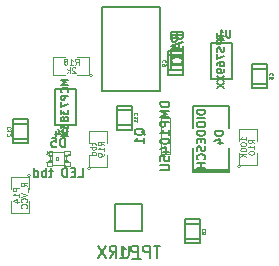
<source format=gbo>
G04 (created by PCBNEW (2013-07-07 BZR 4022)-stable) date 24/04/2015 17:20:23*
%MOIN*%
G04 Gerber Fmt 3.4, Leading zero omitted, Abs format*
%FSLAX34Y34*%
G01*
G70*
G90*
G04 APERTURE LIST*
%ADD10C,0.00590551*%
%ADD11C,0.005*%
%ADD12C,0.0039*%
%ADD13C,0.0026*%
%ADD14C,0.004*%
%ADD15C,0.002*%
%ADD16C,0.0047*%
%ADD17C,0.0043*%
%ADD18C,0.0024*%
%ADD19C,0.0051*%
G04 APERTURE END LIST*
G54D10*
G54D11*
X52700Y-48045D02*
X52000Y-48045D01*
X52000Y-48045D02*
X52000Y-49245D01*
X52000Y-49245D02*
X52700Y-49245D01*
X52700Y-49245D02*
X52700Y-48045D01*
X46800Y-50800D02*
X47500Y-50800D01*
X47500Y-50800D02*
X47500Y-49600D01*
X47500Y-49600D02*
X46800Y-49600D01*
X46800Y-49600D02*
X46800Y-50800D01*
G54D10*
X50310Y-49660D02*
X50310Y-46860D01*
X50310Y-46860D02*
X48360Y-46860D01*
X48360Y-46860D02*
X48360Y-49660D01*
X48360Y-49660D02*
X50310Y-49660D01*
X49720Y-54325D02*
X49720Y-53425D01*
X48820Y-53425D02*
X48820Y-54325D01*
X48820Y-54325D02*
X49720Y-54325D01*
X48820Y-53425D02*
X49720Y-53425D01*
G54D11*
X52600Y-52350D02*
X51400Y-52350D01*
X51400Y-50900D02*
X51400Y-50150D01*
X51400Y-50150D02*
X52600Y-50150D01*
X52600Y-50150D02*
X52600Y-50900D01*
X52600Y-51550D02*
X52600Y-52350D01*
X52600Y-52271D02*
X51400Y-52271D01*
X51400Y-52350D02*
X51400Y-51550D01*
G54D12*
X48055Y-49125D02*
G75*
G03X48055Y-49125I-50J0D01*
G74*
G01*
X47555Y-49125D02*
X47955Y-49125D01*
X47955Y-49125D02*
X47955Y-48525D01*
X47955Y-48525D02*
X47555Y-48525D01*
X47155Y-48525D02*
X46755Y-48525D01*
X46755Y-48525D02*
X46755Y-49125D01*
X46755Y-49125D02*
X47155Y-49125D01*
X45995Y-52480D02*
G75*
G03X45995Y-52480I-50J0D01*
G74*
G01*
X45945Y-52930D02*
X45945Y-52530D01*
X45945Y-52530D02*
X45345Y-52530D01*
X45345Y-52530D02*
X45345Y-52930D01*
X45345Y-53330D02*
X45345Y-53730D01*
X45345Y-53730D02*
X45945Y-53730D01*
X45945Y-53730D02*
X45945Y-53330D01*
X47980Y-52240D02*
G75*
G03X47980Y-52240I-50J0D01*
G74*
G01*
X47930Y-51790D02*
X47930Y-52190D01*
X47930Y-52190D02*
X48530Y-52190D01*
X48530Y-52190D02*
X48530Y-51790D01*
X48530Y-51390D02*
X48530Y-50990D01*
X48530Y-50990D02*
X47930Y-50990D01*
X47930Y-50990D02*
X47930Y-51390D01*
X53000Y-52175D02*
G75*
G03X53000Y-52175I-50J0D01*
G74*
G01*
X52950Y-51725D02*
X52950Y-52125D01*
X52950Y-52125D02*
X53550Y-52125D01*
X53550Y-52125D02*
X53550Y-51725D01*
X53550Y-51325D02*
X53550Y-50925D01*
X53550Y-50925D02*
X52950Y-50925D01*
X52950Y-50925D02*
X52950Y-51325D01*
G54D13*
X46724Y-52018D02*
X46724Y-52146D01*
X46724Y-52146D02*
X46527Y-52146D01*
X46527Y-52018D02*
X46527Y-52146D01*
X46724Y-52018D02*
X46527Y-52018D01*
X46724Y-51773D02*
X46724Y-51832D01*
X46724Y-51832D02*
X46625Y-51832D01*
X46625Y-51773D02*
X46625Y-51832D01*
X46724Y-51773D02*
X46625Y-51773D01*
X46724Y-51968D02*
X46724Y-52027D01*
X46724Y-52027D02*
X46625Y-52027D01*
X46625Y-51968D02*
X46625Y-52027D01*
X46724Y-51968D02*
X46625Y-51968D01*
X46724Y-51822D02*
X46724Y-51978D01*
X46724Y-51978D02*
X46655Y-51978D01*
X46655Y-51822D02*
X46655Y-51978D01*
X46724Y-51822D02*
X46655Y-51822D01*
X47313Y-52018D02*
X47313Y-52146D01*
X47313Y-52146D02*
X47116Y-52146D01*
X47116Y-52018D02*
X47116Y-52146D01*
X47313Y-52018D02*
X47116Y-52018D01*
X47313Y-51654D02*
X47313Y-51782D01*
X47313Y-51782D02*
X47116Y-51782D01*
X47116Y-51654D02*
X47116Y-51782D01*
X47313Y-51654D02*
X47116Y-51654D01*
X47215Y-51968D02*
X47215Y-52027D01*
X47215Y-52027D02*
X47116Y-52027D01*
X47116Y-51968D02*
X47116Y-52027D01*
X47215Y-51968D02*
X47116Y-51968D01*
X47215Y-51773D02*
X47215Y-51832D01*
X47215Y-51832D02*
X47116Y-51832D01*
X47116Y-51773D02*
X47116Y-51832D01*
X47215Y-51773D02*
X47116Y-51773D01*
X47185Y-51822D02*
X47185Y-51978D01*
X47185Y-51978D02*
X47116Y-51978D01*
X47116Y-51822D02*
X47116Y-51978D01*
X47185Y-51822D02*
X47116Y-51822D01*
X46920Y-51861D02*
X46920Y-51939D01*
X46920Y-51939D02*
X46842Y-51939D01*
X46842Y-51861D02*
X46842Y-51939D01*
X46920Y-51861D02*
X46842Y-51861D01*
X46724Y-51664D02*
X46724Y-51782D01*
X46724Y-51782D02*
X46606Y-51782D01*
X46606Y-51664D02*
X46606Y-51782D01*
X46724Y-51664D02*
X46606Y-51664D01*
X46556Y-51654D02*
X46556Y-51743D01*
X46556Y-51743D02*
X46527Y-51743D01*
X46527Y-51654D02*
X46527Y-51743D01*
X46556Y-51654D02*
X46527Y-51654D01*
G54D14*
X46714Y-52126D02*
X47126Y-52126D01*
X47116Y-51674D02*
X46556Y-51674D01*
G54D15*
X46614Y-51723D02*
G75*
G03X46614Y-51723I-28J0D01*
G74*
G01*
G54D14*
X46527Y-51763D02*
G75*
G02X46527Y-52037I0J-137D01*
G74*
G01*
X47313Y-52037D02*
G75*
G02X47313Y-51763I0J137D01*
G74*
G01*
G54D11*
X49360Y-50290D02*
X48860Y-50290D01*
X49360Y-50790D02*
X48870Y-50790D01*
X49360Y-50940D02*
X49360Y-50140D01*
X49360Y-50140D02*
X48860Y-50140D01*
X48860Y-50140D02*
X48860Y-50940D01*
X48860Y-50940D02*
X49360Y-50940D01*
X51625Y-54080D02*
X51125Y-54080D01*
X51625Y-54580D02*
X51135Y-54580D01*
X51625Y-54730D02*
X51625Y-53930D01*
X51625Y-53930D02*
X51125Y-53930D01*
X51125Y-53930D02*
X51125Y-54730D01*
X51125Y-54730D02*
X51625Y-54730D01*
X53875Y-48905D02*
X53375Y-48905D01*
X53875Y-49405D02*
X53385Y-49405D01*
X53875Y-49555D02*
X53875Y-48755D01*
X53875Y-48755D02*
X53375Y-48755D01*
X53375Y-48755D02*
X53375Y-49555D01*
X53375Y-49555D02*
X53875Y-49555D01*
X50585Y-48970D02*
X51085Y-48970D01*
X50585Y-48470D02*
X51075Y-48470D01*
X50585Y-48320D02*
X50585Y-49120D01*
X50585Y-49120D02*
X51085Y-49120D01*
X51085Y-49120D02*
X51085Y-48320D01*
X51085Y-48320D02*
X50585Y-48320D01*
X45420Y-51245D02*
X45920Y-51245D01*
X45420Y-50745D02*
X45910Y-50745D01*
X45420Y-50595D02*
X45420Y-51395D01*
X45420Y-51395D02*
X45920Y-51395D01*
X45920Y-51395D02*
X45920Y-50595D01*
X45920Y-50595D02*
X45420Y-50595D01*
G54D16*
X50350Y-50560D02*
X50350Y-51760D01*
X50350Y-51760D02*
X50650Y-51760D01*
X50650Y-51760D02*
X50650Y-50560D01*
X50650Y-50560D02*
X50350Y-50560D01*
G54D11*
X52658Y-47630D02*
X52658Y-47832D01*
X52646Y-47856D01*
X52634Y-47868D01*
X52610Y-47880D01*
X52563Y-47880D01*
X52539Y-47868D01*
X52527Y-47856D01*
X52515Y-47832D01*
X52515Y-47630D01*
X52265Y-47880D02*
X52408Y-47880D01*
X52337Y-47880D02*
X52337Y-47630D01*
X52360Y-47665D01*
X52384Y-47689D01*
X52408Y-47701D01*
X52201Y-47734D02*
X52201Y-47877D01*
X52451Y-47805D02*
X52201Y-47805D01*
X52451Y-47960D02*
X52201Y-47960D01*
X52201Y-48055D01*
X52213Y-48079D01*
X52225Y-48091D01*
X52248Y-48103D01*
X52284Y-48103D01*
X52308Y-48091D01*
X52320Y-48079D01*
X52332Y-48055D01*
X52332Y-47960D01*
X52439Y-48198D02*
X52451Y-48234D01*
X52451Y-48293D01*
X52439Y-48317D01*
X52427Y-48329D01*
X52403Y-48341D01*
X52379Y-48341D01*
X52355Y-48329D01*
X52344Y-48317D01*
X52332Y-48293D01*
X52320Y-48246D01*
X52308Y-48222D01*
X52296Y-48210D01*
X52272Y-48198D01*
X52248Y-48198D01*
X52225Y-48210D01*
X52213Y-48222D01*
X52201Y-48246D01*
X52201Y-48305D01*
X52213Y-48341D01*
X52201Y-48424D02*
X52201Y-48591D01*
X52451Y-48484D01*
X52201Y-48793D02*
X52201Y-48746D01*
X52213Y-48722D01*
X52225Y-48710D01*
X52260Y-48686D01*
X52308Y-48674D01*
X52403Y-48674D01*
X52427Y-48686D01*
X52439Y-48698D01*
X52451Y-48722D01*
X52451Y-48770D01*
X52439Y-48793D01*
X52427Y-48805D01*
X52403Y-48817D01*
X52344Y-48817D01*
X52320Y-48805D01*
X52308Y-48793D01*
X52296Y-48770D01*
X52296Y-48722D01*
X52308Y-48698D01*
X52320Y-48686D01*
X52344Y-48674D01*
X52451Y-48936D02*
X52451Y-48984D01*
X52439Y-49008D01*
X52427Y-49020D01*
X52391Y-49043D01*
X52344Y-49055D01*
X52248Y-49055D01*
X52225Y-49043D01*
X52213Y-49031D01*
X52201Y-49008D01*
X52201Y-48960D01*
X52213Y-48936D01*
X52225Y-48924D01*
X52248Y-48912D01*
X52308Y-48912D01*
X52332Y-48924D01*
X52344Y-48936D01*
X52355Y-48960D01*
X52355Y-49008D01*
X52344Y-49031D01*
X52332Y-49043D01*
X52308Y-49055D01*
X52201Y-49139D02*
X52451Y-49305D01*
X52201Y-49305D02*
X52451Y-49139D01*
X52201Y-49377D02*
X52451Y-49543D01*
X52201Y-49543D02*
X52451Y-49377D01*
X47222Y-50917D02*
X47222Y-51119D01*
X47210Y-51143D01*
X47198Y-51155D01*
X47174Y-51167D01*
X47127Y-51167D01*
X47103Y-51155D01*
X47091Y-51143D01*
X47079Y-51119D01*
X47079Y-50917D01*
X46853Y-51000D02*
X46853Y-51167D01*
X46912Y-50905D02*
X46972Y-51083D01*
X46817Y-51083D01*
X47251Y-49271D02*
X47001Y-49271D01*
X47179Y-49354D01*
X47001Y-49438D01*
X47251Y-49438D01*
X47227Y-49700D02*
X47239Y-49688D01*
X47251Y-49652D01*
X47251Y-49628D01*
X47239Y-49592D01*
X47215Y-49569D01*
X47191Y-49557D01*
X47144Y-49545D01*
X47108Y-49545D01*
X47060Y-49557D01*
X47036Y-49569D01*
X47013Y-49592D01*
X47001Y-49628D01*
X47001Y-49652D01*
X47013Y-49688D01*
X47025Y-49700D01*
X47251Y-49807D02*
X47001Y-49807D01*
X47001Y-49902D01*
X47013Y-49926D01*
X47025Y-49938D01*
X47048Y-49950D01*
X47084Y-49950D01*
X47108Y-49938D01*
X47120Y-49926D01*
X47132Y-49902D01*
X47132Y-49807D01*
X47001Y-50033D02*
X47001Y-50200D01*
X47251Y-50092D01*
X47001Y-50271D02*
X47001Y-50426D01*
X47096Y-50342D01*
X47096Y-50378D01*
X47108Y-50402D01*
X47120Y-50414D01*
X47144Y-50426D01*
X47203Y-50426D01*
X47227Y-50414D01*
X47239Y-50402D01*
X47251Y-50378D01*
X47251Y-50307D01*
X47239Y-50283D01*
X47227Y-50271D01*
X47108Y-50569D02*
X47096Y-50545D01*
X47084Y-50533D01*
X47060Y-50521D01*
X47048Y-50521D01*
X47025Y-50533D01*
X47013Y-50545D01*
X47001Y-50569D01*
X47001Y-50616D01*
X47013Y-50640D01*
X47025Y-50652D01*
X47048Y-50664D01*
X47060Y-50664D01*
X47084Y-50652D01*
X47096Y-50640D01*
X47108Y-50616D01*
X47108Y-50569D01*
X47120Y-50545D01*
X47132Y-50533D01*
X47155Y-50521D01*
X47203Y-50521D01*
X47227Y-50533D01*
X47239Y-50545D01*
X47251Y-50569D01*
X47251Y-50616D01*
X47239Y-50640D01*
X47227Y-50652D01*
X47203Y-50664D01*
X47155Y-50664D01*
X47132Y-50652D01*
X47120Y-50640D01*
X47108Y-50616D01*
X47001Y-50747D02*
X47001Y-50902D01*
X47096Y-50819D01*
X47096Y-50854D01*
X47108Y-50878D01*
X47120Y-50890D01*
X47144Y-50902D01*
X47203Y-50902D01*
X47227Y-50890D01*
X47239Y-50878D01*
X47251Y-50854D01*
X47251Y-50783D01*
X47239Y-50759D01*
X47227Y-50747D01*
X47001Y-50985D02*
X47251Y-51152D01*
X47001Y-51152D02*
X47251Y-50985D01*
G54D10*
X51069Y-47781D02*
X50675Y-47781D01*
X50675Y-47931D01*
X50694Y-47969D01*
X50713Y-47988D01*
X50750Y-48006D01*
X50806Y-48006D01*
X50844Y-47988D01*
X50863Y-47969D01*
X50881Y-47931D01*
X50881Y-47781D01*
X51069Y-48381D02*
X51069Y-48156D01*
X51069Y-48269D02*
X50675Y-48269D01*
X50731Y-48231D01*
X50769Y-48194D01*
X50788Y-48156D01*
X50675Y-48625D02*
X50675Y-48663D01*
X50694Y-48700D01*
X50713Y-48719D01*
X50750Y-48738D01*
X50825Y-48756D01*
X50919Y-48756D01*
X50994Y-48738D01*
X51031Y-48719D01*
X51050Y-48700D01*
X51069Y-48663D01*
X51069Y-48625D01*
X51050Y-48588D01*
X51031Y-48569D01*
X50994Y-48550D01*
X50919Y-48531D01*
X50825Y-48531D01*
X50750Y-48550D01*
X50713Y-48569D01*
X50694Y-48588D01*
X50675Y-48625D01*
X50863Y-47819D02*
X50881Y-47875D01*
X50900Y-47894D01*
X50938Y-47913D01*
X50994Y-47913D01*
X51031Y-47894D01*
X51050Y-47875D01*
X51069Y-47838D01*
X51069Y-47688D01*
X50675Y-47688D01*
X50675Y-47819D01*
X50694Y-47856D01*
X50713Y-47875D01*
X50750Y-47894D01*
X50788Y-47894D01*
X50825Y-47875D01*
X50844Y-47856D01*
X50863Y-47819D01*
X50863Y-47688D01*
X50956Y-48063D02*
X50956Y-48250D01*
X51069Y-48025D02*
X50675Y-48156D01*
X51069Y-48288D01*
X50675Y-48363D02*
X50675Y-48588D01*
X51069Y-48475D02*
X50675Y-48475D01*
X50675Y-48663D02*
X50675Y-48888D01*
X51069Y-48775D02*
X50675Y-48775D01*
X49560Y-55209D02*
X49560Y-54815D01*
X49410Y-54815D01*
X49373Y-54834D01*
X49354Y-54853D01*
X49335Y-54890D01*
X49335Y-54946D01*
X49354Y-54984D01*
X49373Y-55003D01*
X49410Y-55021D01*
X49560Y-55021D01*
X48960Y-55209D02*
X49185Y-55209D01*
X49073Y-55209D02*
X49073Y-54815D01*
X49110Y-54871D01*
X49148Y-54909D01*
X49185Y-54928D01*
X50319Y-54815D02*
X50094Y-54815D01*
X50207Y-55209D02*
X50207Y-54815D01*
X49963Y-55209D02*
X49963Y-54815D01*
X49813Y-54815D01*
X49776Y-54834D01*
X49757Y-54853D01*
X49738Y-54890D01*
X49738Y-54946D01*
X49757Y-54984D01*
X49776Y-55003D01*
X49813Y-55021D01*
X49963Y-55021D01*
X49663Y-55246D02*
X49363Y-55246D01*
X49270Y-54815D02*
X49270Y-55134D01*
X49251Y-55171D01*
X49232Y-55190D01*
X49195Y-55209D01*
X49120Y-55209D01*
X49082Y-55190D01*
X49063Y-55171D01*
X49045Y-55134D01*
X49045Y-54815D01*
X48632Y-55209D02*
X48763Y-55021D01*
X48857Y-55209D02*
X48857Y-54815D01*
X48707Y-54815D01*
X48670Y-54834D01*
X48651Y-54853D01*
X48632Y-54890D01*
X48632Y-54946D01*
X48651Y-54984D01*
X48670Y-55003D01*
X48707Y-55021D01*
X48857Y-55021D01*
X48501Y-54815D02*
X48238Y-55209D01*
X48238Y-54815D02*
X48501Y-55209D01*
G54D11*
X52411Y-50996D02*
X52135Y-50996D01*
X52135Y-51062D01*
X52149Y-51101D01*
X52175Y-51127D01*
X52201Y-51140D01*
X52254Y-51154D01*
X52293Y-51154D01*
X52345Y-51140D01*
X52372Y-51127D01*
X52398Y-51101D01*
X52411Y-51062D01*
X52411Y-50996D01*
X52227Y-51390D02*
X52411Y-51390D01*
X52122Y-51324D02*
X52319Y-51259D01*
X52319Y-51429D01*
X51811Y-50291D02*
X51535Y-50291D01*
X51535Y-50357D01*
X51549Y-50396D01*
X51575Y-50423D01*
X51601Y-50436D01*
X51654Y-50449D01*
X51693Y-50449D01*
X51745Y-50436D01*
X51772Y-50423D01*
X51798Y-50396D01*
X51811Y-50357D01*
X51811Y-50291D01*
X51811Y-50567D02*
X51535Y-50567D01*
X51535Y-50751D02*
X51535Y-50803D01*
X51549Y-50830D01*
X51575Y-50856D01*
X51627Y-50869D01*
X51719Y-50869D01*
X51772Y-50856D01*
X51798Y-50830D01*
X51811Y-50803D01*
X51811Y-50751D01*
X51798Y-50725D01*
X51772Y-50698D01*
X51719Y-50685D01*
X51627Y-50685D01*
X51575Y-50698D01*
X51549Y-50725D01*
X51535Y-50751D01*
X51811Y-50987D02*
X51535Y-50987D01*
X51535Y-51053D01*
X51549Y-51092D01*
X51575Y-51118D01*
X51601Y-51131D01*
X51654Y-51145D01*
X51693Y-51145D01*
X51745Y-51131D01*
X51772Y-51118D01*
X51798Y-51092D01*
X51811Y-51053D01*
X51811Y-50987D01*
X51667Y-51263D02*
X51667Y-51354D01*
X51811Y-51394D02*
X51811Y-51263D01*
X51535Y-51263D01*
X51535Y-51394D01*
X51798Y-51499D02*
X51811Y-51538D01*
X51811Y-51604D01*
X51798Y-51630D01*
X51785Y-51643D01*
X51759Y-51656D01*
X51732Y-51656D01*
X51706Y-51643D01*
X51693Y-51630D01*
X51680Y-51604D01*
X51667Y-51551D01*
X51654Y-51525D01*
X51640Y-51512D01*
X51614Y-51499D01*
X51588Y-51499D01*
X51562Y-51512D01*
X51549Y-51525D01*
X51535Y-51551D01*
X51535Y-51617D01*
X51549Y-51656D01*
X51785Y-51932D02*
X51798Y-51919D01*
X51811Y-51879D01*
X51811Y-51853D01*
X51798Y-51814D01*
X51772Y-51788D01*
X51745Y-51774D01*
X51693Y-51761D01*
X51654Y-51761D01*
X51601Y-51774D01*
X51575Y-51788D01*
X51549Y-51814D01*
X51535Y-51853D01*
X51535Y-51879D01*
X51549Y-51919D01*
X51562Y-51932D01*
X51811Y-52050D02*
X51535Y-52050D01*
X51667Y-52050D02*
X51667Y-52208D01*
X51811Y-52208D02*
X51535Y-52208D01*
G54D17*
X47481Y-48779D02*
X47547Y-48685D01*
X47594Y-48779D02*
X47594Y-48582D01*
X47519Y-48582D01*
X47500Y-48592D01*
X47491Y-48601D01*
X47481Y-48620D01*
X47481Y-48648D01*
X47491Y-48667D01*
X47500Y-48676D01*
X47519Y-48685D01*
X47594Y-48685D01*
X47294Y-48779D02*
X47406Y-48779D01*
X47350Y-48779D02*
X47350Y-48582D01*
X47369Y-48610D01*
X47387Y-48629D01*
X47406Y-48639D01*
X47181Y-48667D02*
X47200Y-48657D01*
X47209Y-48648D01*
X47218Y-48629D01*
X47218Y-48620D01*
X47209Y-48601D01*
X47200Y-48592D01*
X47181Y-48582D01*
X47143Y-48582D01*
X47125Y-48592D01*
X47115Y-48601D01*
X47106Y-48620D01*
X47106Y-48629D01*
X47115Y-48648D01*
X47125Y-48657D01*
X47143Y-48667D01*
X47181Y-48667D01*
X47200Y-48676D01*
X47209Y-48685D01*
X47218Y-48704D01*
X47218Y-48742D01*
X47209Y-48760D01*
X47200Y-48770D01*
X47181Y-48779D01*
X47143Y-48779D01*
X47125Y-48770D01*
X47115Y-48760D01*
X47106Y-48742D01*
X47106Y-48704D01*
X47115Y-48685D01*
X47125Y-48676D01*
X47143Y-48667D01*
X47491Y-48876D02*
X47481Y-48867D01*
X47462Y-48857D01*
X47415Y-48857D01*
X47397Y-48867D01*
X47387Y-48876D01*
X47378Y-48895D01*
X47378Y-48914D01*
X47387Y-48942D01*
X47500Y-49054D01*
X47378Y-49054D01*
X47294Y-49054D02*
X47294Y-48857D01*
X47275Y-48979D02*
X47218Y-49054D01*
X47218Y-48923D02*
X47294Y-48998D01*
X45599Y-52890D02*
X45402Y-52890D01*
X45402Y-52965D01*
X45412Y-52984D01*
X45421Y-52993D01*
X45440Y-53003D01*
X45468Y-53003D01*
X45487Y-52993D01*
X45496Y-52984D01*
X45505Y-52965D01*
X45505Y-52890D01*
X45599Y-53190D02*
X45599Y-53078D01*
X45599Y-53134D02*
X45402Y-53134D01*
X45430Y-53115D01*
X45449Y-53097D01*
X45459Y-53078D01*
X45468Y-53359D02*
X45599Y-53359D01*
X45393Y-53312D02*
X45534Y-53266D01*
X45534Y-53387D01*
X45874Y-52834D02*
X45780Y-52768D01*
X45874Y-52721D02*
X45677Y-52721D01*
X45677Y-52796D01*
X45687Y-52815D01*
X45696Y-52825D01*
X45715Y-52834D01*
X45743Y-52834D01*
X45762Y-52825D01*
X45771Y-52815D01*
X45780Y-52796D01*
X45780Y-52721D01*
X45893Y-52872D02*
X45893Y-53022D01*
X45677Y-53040D02*
X45874Y-53106D01*
X45677Y-53172D01*
X45855Y-53350D02*
X45865Y-53341D01*
X45874Y-53312D01*
X45874Y-53294D01*
X45865Y-53266D01*
X45846Y-53247D01*
X45827Y-53237D01*
X45790Y-53228D01*
X45762Y-53228D01*
X45724Y-53237D01*
X45705Y-53247D01*
X45687Y-53266D01*
X45677Y-53294D01*
X45677Y-53312D01*
X45687Y-53341D01*
X45696Y-53350D01*
X45855Y-53547D02*
X45865Y-53538D01*
X45874Y-53509D01*
X45874Y-53491D01*
X45865Y-53463D01*
X45846Y-53444D01*
X45827Y-53434D01*
X45790Y-53425D01*
X45762Y-53425D01*
X45724Y-53434D01*
X45705Y-53444D01*
X45687Y-53463D01*
X45677Y-53491D01*
X45677Y-53509D01*
X45687Y-53538D01*
X45696Y-53547D01*
X48434Y-51463D02*
X48340Y-51397D01*
X48434Y-51350D02*
X48237Y-51350D01*
X48237Y-51425D01*
X48247Y-51444D01*
X48256Y-51453D01*
X48275Y-51463D01*
X48303Y-51463D01*
X48322Y-51453D01*
X48331Y-51444D01*
X48340Y-51425D01*
X48340Y-51350D01*
X48434Y-51650D02*
X48434Y-51538D01*
X48434Y-51594D02*
X48237Y-51594D01*
X48265Y-51575D01*
X48284Y-51557D01*
X48294Y-51538D01*
X48434Y-51744D02*
X48434Y-51782D01*
X48425Y-51801D01*
X48415Y-51810D01*
X48387Y-51829D01*
X48350Y-51838D01*
X48275Y-51838D01*
X48256Y-51829D01*
X48247Y-51819D01*
X48237Y-51801D01*
X48237Y-51763D01*
X48247Y-51744D01*
X48256Y-51735D01*
X48275Y-51726D01*
X48322Y-51726D01*
X48340Y-51735D01*
X48350Y-51744D01*
X48359Y-51763D01*
X48359Y-51801D01*
X48350Y-51819D01*
X48340Y-51829D01*
X48322Y-51838D01*
X48028Y-51374D02*
X48028Y-51449D01*
X47962Y-51402D02*
X48131Y-51402D01*
X48150Y-51411D01*
X48159Y-51430D01*
X48159Y-51449D01*
X48159Y-51514D02*
X47962Y-51514D01*
X48037Y-51514D02*
X48028Y-51533D01*
X48028Y-51571D01*
X48037Y-51590D01*
X48047Y-51599D01*
X48065Y-51608D01*
X48122Y-51608D01*
X48140Y-51599D01*
X48150Y-51590D01*
X48159Y-51571D01*
X48159Y-51533D01*
X48150Y-51514D01*
X48159Y-51777D02*
X47962Y-51777D01*
X48150Y-51777D02*
X48159Y-51758D01*
X48159Y-51721D01*
X48150Y-51702D01*
X48140Y-51693D01*
X48122Y-51683D01*
X48065Y-51683D01*
X48047Y-51693D01*
X48037Y-51702D01*
X48028Y-51721D01*
X48028Y-51758D01*
X48037Y-51777D01*
X53454Y-51398D02*
X53360Y-51332D01*
X53454Y-51285D02*
X53257Y-51285D01*
X53257Y-51360D01*
X53267Y-51379D01*
X53276Y-51388D01*
X53295Y-51398D01*
X53323Y-51398D01*
X53342Y-51388D01*
X53351Y-51379D01*
X53360Y-51360D01*
X53360Y-51285D01*
X53454Y-51585D02*
X53454Y-51473D01*
X53454Y-51529D02*
X53257Y-51529D01*
X53285Y-51510D01*
X53304Y-51492D01*
X53314Y-51473D01*
X53257Y-51707D02*
X53257Y-51726D01*
X53267Y-51745D01*
X53276Y-51754D01*
X53295Y-51764D01*
X53332Y-51773D01*
X53379Y-51773D01*
X53417Y-51764D01*
X53435Y-51754D01*
X53445Y-51745D01*
X53454Y-51726D01*
X53454Y-51707D01*
X53445Y-51689D01*
X53435Y-51679D01*
X53417Y-51670D01*
X53379Y-51661D01*
X53332Y-51661D01*
X53295Y-51670D01*
X53276Y-51679D01*
X53267Y-51689D01*
X53257Y-51707D01*
X53179Y-51295D02*
X53179Y-51182D01*
X53179Y-51238D02*
X52982Y-51238D01*
X53010Y-51220D01*
X53029Y-51201D01*
X53039Y-51182D01*
X52982Y-51417D02*
X52982Y-51435D01*
X52992Y-51454D01*
X53001Y-51464D01*
X53020Y-51473D01*
X53057Y-51482D01*
X53104Y-51482D01*
X53142Y-51473D01*
X53160Y-51464D01*
X53170Y-51454D01*
X53179Y-51435D01*
X53179Y-51417D01*
X53170Y-51398D01*
X53160Y-51388D01*
X53142Y-51379D01*
X53104Y-51370D01*
X53057Y-51370D01*
X53020Y-51379D01*
X53001Y-51388D01*
X52992Y-51398D01*
X52982Y-51417D01*
X52982Y-51604D02*
X52982Y-51623D01*
X52992Y-51642D01*
X53001Y-51651D01*
X53020Y-51661D01*
X53057Y-51670D01*
X53104Y-51670D01*
X53142Y-51661D01*
X53160Y-51651D01*
X53170Y-51642D01*
X53179Y-51623D01*
X53179Y-51604D01*
X53170Y-51585D01*
X53160Y-51576D01*
X53142Y-51567D01*
X53104Y-51557D01*
X53057Y-51557D01*
X53020Y-51567D01*
X53001Y-51576D01*
X52992Y-51585D01*
X52982Y-51604D01*
X53179Y-51754D02*
X52982Y-51754D01*
X53179Y-51867D02*
X53067Y-51782D01*
X52982Y-51867D02*
X53095Y-51754D01*
G54D11*
X47141Y-51521D02*
X47141Y-51221D01*
X47070Y-51221D01*
X47027Y-51235D01*
X46998Y-51264D01*
X46984Y-51292D01*
X46970Y-51350D01*
X46970Y-51392D01*
X46984Y-51450D01*
X46998Y-51478D01*
X47027Y-51507D01*
X47070Y-51521D01*
X47141Y-51521D01*
X46698Y-51221D02*
X46841Y-51221D01*
X46855Y-51364D01*
X46841Y-51350D01*
X46812Y-51335D01*
X46741Y-51335D01*
X46712Y-51350D01*
X46698Y-51364D01*
X46684Y-51392D01*
X46684Y-51464D01*
X46698Y-51492D01*
X46712Y-51507D01*
X46741Y-51521D01*
X46812Y-51521D01*
X46841Y-51507D01*
X46855Y-51492D01*
X47584Y-52521D02*
X47727Y-52521D01*
X47727Y-52221D01*
X47484Y-52364D02*
X47384Y-52364D01*
X47341Y-52521D02*
X47484Y-52521D01*
X47484Y-52221D01*
X47341Y-52221D01*
X47212Y-52521D02*
X47212Y-52221D01*
X47141Y-52221D01*
X47098Y-52235D01*
X47070Y-52264D01*
X47055Y-52292D01*
X47041Y-52350D01*
X47041Y-52392D01*
X47055Y-52450D01*
X47070Y-52478D01*
X47098Y-52507D01*
X47141Y-52521D01*
X47212Y-52521D01*
X46727Y-52321D02*
X46612Y-52321D01*
X46684Y-52221D02*
X46684Y-52478D01*
X46670Y-52507D01*
X46641Y-52521D01*
X46612Y-52521D01*
X46512Y-52521D02*
X46512Y-52221D01*
X46512Y-52335D02*
X46484Y-52321D01*
X46427Y-52321D01*
X46398Y-52335D01*
X46384Y-52350D01*
X46370Y-52378D01*
X46370Y-52464D01*
X46384Y-52492D01*
X46398Y-52507D01*
X46427Y-52521D01*
X46484Y-52521D01*
X46512Y-52507D01*
X46112Y-52521D02*
X46112Y-52221D01*
X46112Y-52507D02*
X46141Y-52521D01*
X46198Y-52521D01*
X46227Y-52507D01*
X46241Y-52492D01*
X46255Y-52464D01*
X46255Y-52378D01*
X46241Y-52350D01*
X46227Y-52335D01*
X46198Y-52321D01*
X46141Y-52321D01*
X46112Y-52335D01*
G54D18*
X49536Y-50464D02*
X49542Y-50458D01*
X49547Y-50441D01*
X49547Y-50430D01*
X49542Y-50413D01*
X49530Y-50402D01*
X49519Y-50396D01*
X49497Y-50391D01*
X49480Y-50391D01*
X49457Y-50396D01*
X49446Y-50402D01*
X49435Y-50413D01*
X49429Y-50430D01*
X49429Y-50441D01*
X49435Y-50458D01*
X49441Y-50464D01*
X49547Y-50576D02*
X49547Y-50509D01*
X49547Y-50542D02*
X49429Y-50542D01*
X49446Y-50531D01*
X49457Y-50520D01*
X49463Y-50509D01*
X49547Y-50688D02*
X49547Y-50621D01*
X49547Y-50655D02*
X49429Y-50655D01*
X49446Y-50643D01*
X49457Y-50632D01*
X49463Y-50621D01*
X51801Y-54310D02*
X51807Y-54304D01*
X51812Y-54287D01*
X51812Y-54276D01*
X51807Y-54259D01*
X51795Y-54248D01*
X51784Y-54242D01*
X51762Y-54237D01*
X51745Y-54237D01*
X51722Y-54242D01*
X51711Y-54248D01*
X51700Y-54259D01*
X51694Y-54276D01*
X51694Y-54287D01*
X51700Y-54304D01*
X51706Y-54310D01*
X51745Y-54377D02*
X51739Y-54366D01*
X51734Y-54360D01*
X51722Y-54355D01*
X51717Y-54355D01*
X51706Y-54360D01*
X51700Y-54366D01*
X51694Y-54377D01*
X51694Y-54400D01*
X51700Y-54411D01*
X51706Y-54417D01*
X51717Y-54422D01*
X51722Y-54422D01*
X51734Y-54417D01*
X51739Y-54411D01*
X51745Y-54400D01*
X51745Y-54377D01*
X51750Y-54366D01*
X51756Y-54360D01*
X51767Y-54355D01*
X51790Y-54355D01*
X51801Y-54360D01*
X51807Y-54366D01*
X51812Y-54377D01*
X51812Y-54400D01*
X51807Y-54411D01*
X51801Y-54417D01*
X51790Y-54422D01*
X51767Y-54422D01*
X51756Y-54417D01*
X51750Y-54411D01*
X51745Y-54400D01*
X54051Y-49135D02*
X54057Y-49129D01*
X54062Y-49112D01*
X54062Y-49101D01*
X54057Y-49084D01*
X54045Y-49073D01*
X54034Y-49067D01*
X54012Y-49062D01*
X53995Y-49062D01*
X53972Y-49067D01*
X53961Y-49073D01*
X53950Y-49084D01*
X53944Y-49101D01*
X53944Y-49112D01*
X53950Y-49129D01*
X53956Y-49135D01*
X53944Y-49242D02*
X53944Y-49185D01*
X54000Y-49180D01*
X53995Y-49185D01*
X53989Y-49197D01*
X53989Y-49225D01*
X53995Y-49236D01*
X54000Y-49242D01*
X54012Y-49247D01*
X54040Y-49247D01*
X54051Y-49242D01*
X54057Y-49236D01*
X54062Y-49225D01*
X54062Y-49197D01*
X54057Y-49185D01*
X54051Y-49180D01*
X50481Y-48700D02*
X50487Y-48694D01*
X50492Y-48677D01*
X50492Y-48666D01*
X50487Y-48649D01*
X50475Y-48638D01*
X50464Y-48632D01*
X50442Y-48627D01*
X50425Y-48627D01*
X50402Y-48632D01*
X50391Y-48638D01*
X50380Y-48649D01*
X50374Y-48666D01*
X50374Y-48677D01*
X50380Y-48694D01*
X50386Y-48700D01*
X50492Y-48756D02*
X50492Y-48779D01*
X50487Y-48790D01*
X50481Y-48795D01*
X50464Y-48807D01*
X50442Y-48812D01*
X50397Y-48812D01*
X50386Y-48807D01*
X50380Y-48801D01*
X50374Y-48790D01*
X50374Y-48767D01*
X50380Y-48756D01*
X50386Y-48750D01*
X50397Y-48745D01*
X50425Y-48745D01*
X50436Y-48750D01*
X50442Y-48756D01*
X50447Y-48767D01*
X50447Y-48790D01*
X50442Y-48801D01*
X50436Y-48807D01*
X50425Y-48812D01*
X45316Y-50919D02*
X45322Y-50913D01*
X45327Y-50896D01*
X45327Y-50885D01*
X45322Y-50868D01*
X45310Y-50857D01*
X45299Y-50851D01*
X45277Y-50846D01*
X45260Y-50846D01*
X45237Y-50851D01*
X45226Y-50857D01*
X45215Y-50868D01*
X45209Y-50885D01*
X45209Y-50896D01*
X45215Y-50913D01*
X45221Y-50919D01*
X45327Y-51031D02*
X45327Y-50964D01*
X45327Y-50997D02*
X45209Y-50997D01*
X45226Y-50986D01*
X45237Y-50975D01*
X45243Y-50964D01*
X45221Y-51076D02*
X45215Y-51082D01*
X45209Y-51093D01*
X45209Y-51121D01*
X45215Y-51132D01*
X45221Y-51138D01*
X45232Y-51143D01*
X45243Y-51143D01*
X45260Y-51138D01*
X45327Y-51070D01*
X45327Y-51143D01*
G54D19*
X49800Y-51131D02*
X49785Y-51102D01*
X49757Y-51074D01*
X49714Y-51031D01*
X49700Y-51002D01*
X49700Y-50974D01*
X49771Y-50988D02*
X49757Y-50960D01*
X49728Y-50931D01*
X49671Y-50917D01*
X49571Y-50917D01*
X49514Y-50931D01*
X49485Y-50960D01*
X49471Y-50988D01*
X49471Y-51045D01*
X49485Y-51074D01*
X49514Y-51102D01*
X49571Y-51117D01*
X49671Y-51117D01*
X49728Y-51102D01*
X49757Y-51074D01*
X49771Y-51045D01*
X49771Y-50988D01*
X49771Y-51402D02*
X49771Y-51231D01*
X49771Y-51317D02*
X49471Y-51317D01*
X49514Y-51288D01*
X49542Y-51260D01*
X49557Y-51231D01*
X50621Y-50031D02*
X50321Y-50031D01*
X50321Y-50102D01*
X50335Y-50145D01*
X50364Y-50174D01*
X50392Y-50188D01*
X50450Y-50202D01*
X50492Y-50202D01*
X50550Y-50188D01*
X50578Y-50174D01*
X50607Y-50145D01*
X50621Y-50102D01*
X50621Y-50031D01*
X50621Y-50331D02*
X50321Y-50331D01*
X50535Y-50431D01*
X50321Y-50531D01*
X50621Y-50531D01*
X50621Y-50674D02*
X50321Y-50674D01*
X50321Y-50788D01*
X50335Y-50817D01*
X50350Y-50831D01*
X50378Y-50845D01*
X50421Y-50845D01*
X50450Y-50831D01*
X50464Y-50817D01*
X50478Y-50788D01*
X50478Y-50674D01*
X50621Y-51131D02*
X50621Y-50960D01*
X50621Y-51045D02*
X50321Y-51045D01*
X50364Y-51017D01*
X50392Y-50988D01*
X50407Y-50960D01*
X50321Y-51317D02*
X50321Y-51345D01*
X50335Y-51374D01*
X50350Y-51388D01*
X50378Y-51402D01*
X50435Y-51417D01*
X50507Y-51417D01*
X50564Y-51402D01*
X50592Y-51388D01*
X50607Y-51374D01*
X50621Y-51345D01*
X50621Y-51317D01*
X50607Y-51288D01*
X50592Y-51274D01*
X50564Y-51260D01*
X50507Y-51245D01*
X50435Y-51245D01*
X50378Y-51260D01*
X50350Y-51274D01*
X50335Y-51288D01*
X50321Y-51317D01*
X50421Y-51674D02*
X50621Y-51674D01*
X50307Y-51602D02*
X50521Y-51531D01*
X50521Y-51717D01*
X50321Y-51974D02*
X50321Y-51831D01*
X50464Y-51817D01*
X50450Y-51831D01*
X50435Y-51860D01*
X50435Y-51931D01*
X50450Y-51960D01*
X50464Y-51974D01*
X50492Y-51988D01*
X50564Y-51988D01*
X50592Y-51974D01*
X50607Y-51960D01*
X50621Y-51931D01*
X50621Y-51860D01*
X50607Y-51831D01*
X50592Y-51817D01*
X50321Y-52117D02*
X50564Y-52117D01*
X50592Y-52131D01*
X50607Y-52145D01*
X50621Y-52174D01*
X50621Y-52231D01*
X50607Y-52260D01*
X50592Y-52274D01*
X50564Y-52288D01*
X50321Y-52288D01*
M02*

</source>
